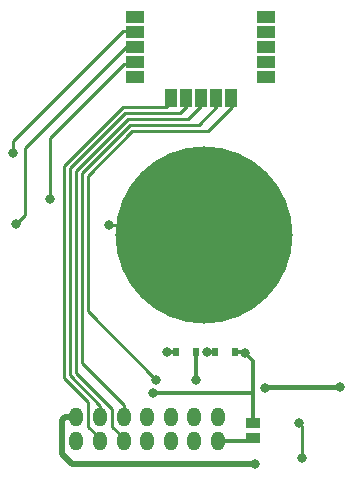
<source format=gbl>
G04 #@! TF.GenerationSoftware,KiCad,Pcbnew,5.0.0-rc2-be01b52~65~ubuntu16.04.1*
G04 #@! TF.CreationDate,2018-06-07T13:00:58+03:00*
G04 #@! TF.ProjectId,livolo_1_channel_1way_eu_switch,6C69766F6C6F5F315F6368616E6E656C,rev?*
G04 #@! TF.SameCoordinates,Original*
G04 #@! TF.FileFunction,Copper,L2,Bot,Signal*
G04 #@! TF.FilePolarity,Positive*
%FSLAX46Y46*%
G04 Gerber Fmt 4.6, Leading zero omitted, Abs format (unit mm)*
G04 Created by KiCad (PCBNEW 5.0.0-rc2-be01b52~65~ubuntu16.04.1) date Thu Jun  7 13:00:58 2018*
%MOMM*%
%LPD*%
G01*
G04 APERTURE LIST*
G04 #@! TA.AperFunction,ComponentPad*
%ADD10C,0.600000*%
G04 #@! TD*
G04 #@! TA.AperFunction,SMDPad,CuDef*
%ADD11R,1.500000X1.000000*%
G04 #@! TD*
G04 #@! TA.AperFunction,SMDPad,CuDef*
%ADD12R,1.000000X1.500000*%
G04 #@! TD*
G04 #@! TA.AperFunction,ComponentPad*
%ADD13O,1.200000X1.600000*%
G04 #@! TD*
G04 #@! TA.AperFunction,SMDPad,CuDef*
%ADD14R,0.600000X0.800000*%
G04 #@! TD*
G04 #@! TA.AperFunction,Conductor*
%ADD15C,15.000000*%
G04 #@! TD*
G04 #@! TA.AperFunction,SMDPad,CuDef*
%ADD16R,1.270000X0.970000*%
G04 #@! TD*
G04 #@! TA.AperFunction,ViaPad*
%ADD17C,0.800000*%
G04 #@! TD*
G04 #@! TA.AperFunction,Conductor*
%ADD18C,0.350000*%
G04 #@! TD*
G04 #@! TA.AperFunction,Conductor*
%ADD19C,0.300000*%
G04 #@! TD*
G04 #@! TA.AperFunction,Conductor*
%ADD20C,0.250000*%
G04 #@! TD*
G04 #@! TA.AperFunction,Conductor*
%ADD21C,0.450000*%
G04 #@! TD*
G04 #@! TA.AperFunction,Conductor*
%ADD22C,0.500000*%
G04 #@! TD*
G04 APERTURE END LIST*
D10*
G04 #@! TO.P,U5,11*
G04 #@! TO.N,Net-(U5-Pad11)*
X147690000Y-78730000D03*
G04 #@! TO.P,U5,12*
G04 #@! TO.N,Net-(U5-Pad12)*
X147690000Y-77460000D03*
G04 #@! TO.P,U5,13*
G04 #@! TO.N,Net-(U5-Pad13)*
X147690000Y-76190000D03*
G04 #@! TO.P,U5,14*
G04 #@! TO.N,/SWDIO*
X147690000Y-74920000D03*
G04 #@! TO.P,U5,15*
G04 #@! TO.N,/SWCLK*
X147690000Y-73650000D03*
G04 #@! TO.P,U5,6*
G04 #@! TO.N,/Relay2_Reset*
X139660000Y-80600000D03*
G04 #@! TO.P,U5,7*
G04 #@! TO.N,/Relay1_Set*
X140930000Y-80600000D03*
G04 #@! TO.P,U5,8*
G04 #@! TO.N,/Relay2_Set*
X142200000Y-80600000D03*
G04 #@! TO.P,U5,9*
G04 #@! TO.N,/Relay1_Reset*
X143470000Y-80600000D03*
G04 #@! TO.P,U5,10*
G04 #@! TO.N,/S1_LEDs*
X144740000Y-80600000D03*
G04 #@! TO.P,U5,5*
G04 #@! TO.N,+3V3*
X136590000Y-78730000D03*
G04 #@! TO.P,U5,4*
G04 #@! TO.N,/MTPM*
X136590000Y-77460000D03*
G04 #@! TO.P,U5,3*
G04 #@! TO.N,/TS1*
X136590000Y-76190000D03*
G04 #@! TO.P,U5,2*
G04 #@! TO.N,/MTSA*
X136590000Y-74920000D03*
D11*
G04 #@! TO.P,U5,1*
G04 #@! TO.N,GND*
X136640000Y-73650000D03*
G04 #@! TO.P,U5,2*
G04 #@! TO.N,/MTSA*
X136640000Y-74920000D03*
G04 #@! TO.P,U5,3*
G04 #@! TO.N,/TS1*
X136640000Y-76190000D03*
G04 #@! TO.P,U5,4*
G04 #@! TO.N,/MTPM*
X136640000Y-77460000D03*
G04 #@! TO.P,U5,5*
G04 #@! TO.N,+3V3*
X136640000Y-78730000D03*
D12*
G04 #@! TO.P,U5,10*
G04 #@! TO.N,/S1_LEDs*
X144740000Y-80550000D03*
G04 #@! TO.P,U5,9*
G04 #@! TO.N,/Relay1_Reset*
X143470000Y-80550000D03*
G04 #@! TO.P,U5,8*
G04 #@! TO.N,/Relay2_Set*
X142200000Y-80550000D03*
G04 #@! TO.P,U5,7*
G04 #@! TO.N,/Relay1_Set*
X140930000Y-80550000D03*
G04 #@! TO.P,U5,6*
G04 #@! TO.N,/Relay2_Reset*
X139660000Y-80550000D03*
D11*
G04 #@! TO.P,U5,14*
G04 #@! TO.N,/SWDIO*
X147740000Y-74920000D03*
G04 #@! TO.P,U5,12*
G04 #@! TO.N,Net-(U5-Pad12)*
X147740000Y-77460000D03*
G04 #@! TO.P,U5,13*
G04 #@! TO.N,Net-(U5-Pad13)*
X147740000Y-76190000D03*
G04 #@! TO.P,U5,11*
G04 #@! TO.N,Net-(U5-Pad11)*
X147740000Y-78730000D03*
G04 #@! TO.P,U5,15*
G04 #@! TO.N,/SWCLK*
X147740000Y-73650000D03*
D10*
G04 #@! TO.P,U5,1*
G04 #@! TO.N,GND*
X136590000Y-73650000D03*
G04 #@! TD*
D13*
G04 #@! TO.P,P4,14*
G04 #@! TO.N,N/C*
X143650000Y-107550000D03*
G04 #@! TO.P,P4,13*
G04 #@! TO.N,Net-(J2-Pad2)*
X143650000Y-109550000D03*
G04 #@! TO.P,P4,12*
G04 #@! TO.N,N/C*
X141650000Y-107550000D03*
G04 #@! TO.P,P4,11*
G04 #@! TO.N,GND*
X141650000Y-109550000D03*
G04 #@! TO.P,P4,10*
G04 #@! TO.N,N/C*
X139650000Y-107550000D03*
G04 #@! TO.P,P4,9*
X139650000Y-109550000D03*
G04 #@! TO.P,P4,8*
X137650000Y-107550000D03*
G04 #@! TO.P,P4,7*
X137650000Y-109550000D03*
G04 #@! TO.P,P4,6*
G04 #@! TO.N,/Relay1_Reset*
X135650000Y-107550000D03*
G04 #@! TO.P,P4,5*
G04 #@! TO.N,/Relay2_Set*
X135650000Y-109550000D03*
G04 #@! TO.P,P4,4*
G04 #@! TO.N,/Relay1_Set*
X133650000Y-107550000D03*
G04 #@! TO.P,P4,3*
G04 #@! TO.N,/Relay2_Reset*
X133650000Y-109550000D03*
G04 #@! TO.P,P4,2*
G04 #@! TO.N,/12Vcc*
X131650000Y-107550000D03*
G04 #@! TO.P,P4,1*
G04 #@! TO.N,N/C*
X131650000Y-109550000D03*
G04 #@! TD*
D14*
G04 #@! TO.P,D5,1*
G04 #@! TO.N,Net-(D5-Pad1)*
X143400000Y-102050000D03*
G04 #@! TO.P,D5,2*
G04 #@! TO.N,+3V3*
X145100000Y-102050000D03*
G04 #@! TD*
G04 #@! TO.P,D6,2*
G04 #@! TO.N,Net-(D6-Pad2)*
X140050000Y-102050000D03*
G04 #@! TO.P,D6,1*
G04 #@! TO.N,GND*
X141750000Y-102050000D03*
G04 #@! TD*
D15*
G04 #@! TO.N,Net-(R4-Pad2)*
G04 #@! TO.C,U1*
X142471636Y-92094052D03*
G04 #@! TD*
D16*
G04 #@! TO.P,J2,2*
G04 #@! TO.N,Net-(J2-Pad2)*
X146600000Y-109340000D03*
G04 #@! TO.P,J2,1*
G04 #@! TO.N,+3V3*
X146600000Y-108060000D03*
G04 #@! TD*
D17*
G04 #@! TO.N,+3V3*
X145899999Y-102100000D03*
X138175000Y-105500000D03*
G04 #@! TO.N,GND*
X141810890Y-104424990D03*
X150462668Y-108019998D03*
X150750000Y-111000000D03*
G04 #@! TO.N,Net-(C7-Pad1)*
X147600000Y-105100000D03*
X154000000Y-105000000D03*
G04 #@! TO.N,/12Vcc*
X146800000Y-111500000D03*
G04 #@! TO.N,Net-(D5-Pad1)*
X142700050Y-102000000D03*
G04 #@! TO.N,Net-(D6-Pad2)*
X139300002Y-102000000D03*
G04 #@! TO.N,/TS1*
X126500000Y-91200000D03*
G04 #@! TO.N,/S1_LEDs*
X138400000Y-104400000D03*
G04 #@! TO.N,Net-(R4-Pad2)*
X134375010Y-91300000D03*
G04 #@! TO.N,/MTSA*
X126300000Y-85200000D03*
G04 #@! TO.N,/MTPM*
X129424949Y-89100000D03*
G04 #@! TD*
D18*
G04 #@! TO.N,+3V3*
X146600000Y-102800001D02*
X145899999Y-102100000D01*
X145100000Y-102050000D02*
X145849999Y-102050000D01*
X145849999Y-102050000D02*
X145899999Y-102100000D01*
X146600000Y-105500000D02*
X146600000Y-102800001D01*
X146600000Y-108060000D02*
X146600000Y-105500000D01*
X146600000Y-105500000D02*
X138175000Y-105500000D01*
D19*
G04 #@! TO.N,GND*
X141750000Y-104364100D02*
X141810890Y-104424990D01*
X141750000Y-102050000D02*
X141750000Y-104364100D01*
D20*
X150750000Y-111000000D02*
X150750000Y-108307330D01*
X150750000Y-108307330D02*
X150462668Y-108019998D01*
D21*
G04 #@! TO.N,Net-(C7-Pad1)*
X154000000Y-105000000D02*
X147700000Y-105000000D01*
X147700000Y-105000000D02*
X147600000Y-105100000D01*
D22*
G04 #@! TO.N,/12Vcc*
X131650000Y-107550000D02*
X130695406Y-107550000D01*
X130695406Y-107550000D02*
X130424999Y-107820407D01*
X130424999Y-107820407D02*
X130424999Y-110665001D01*
X130424999Y-110665001D02*
X131259998Y-111500000D01*
X131259998Y-111500000D02*
X146800000Y-111500000D01*
D19*
G04 #@! TO.N,Net-(D5-Pad1)*
X142750050Y-102050000D02*
X142700050Y-102000000D01*
X143400000Y-102050000D02*
X142750050Y-102050000D01*
G04 #@! TO.N,Net-(D6-Pad2)*
X140050000Y-102050000D02*
X139350002Y-102050000D01*
X139350002Y-102050000D02*
X139300002Y-102000000D01*
D20*
G04 #@! TO.N,/TS1*
X127299999Y-90400001D02*
X126500000Y-91200000D01*
X135964998Y-76090000D02*
X127299999Y-84754999D01*
X127299999Y-84754999D02*
X127299999Y-90400001D01*
X136570000Y-76090000D02*
X135964998Y-76090000D01*
G04 #@! TO.N,/S1_LEDs*
X136399969Y-83300031D02*
X142799969Y-83300031D01*
X132600002Y-87099998D02*
X136399969Y-83300031D01*
X138400000Y-104400000D02*
X132600002Y-98600002D01*
X142799969Y-83300031D02*
X144840000Y-81260000D01*
X132600002Y-98600002D02*
X132600002Y-87099998D01*
X144840000Y-81260000D02*
X144840000Y-81044264D01*
X144840000Y-81044264D02*
X144840000Y-80620000D01*
G04 #@! TO.N,/Relay2_Reset*
X139300000Y-81080000D02*
X139660000Y-80720000D01*
X135571516Y-81300000D02*
X139300000Y-81300000D01*
X130599959Y-104228447D02*
X130599959Y-86271557D01*
X132674990Y-106303478D02*
X130599959Y-104228447D01*
X130599959Y-86271557D02*
X135571516Y-81300000D01*
X133650000Y-109350000D02*
X132674990Y-108374990D01*
X139300000Y-81300000D02*
X139300000Y-81080000D01*
X133650000Y-109550000D02*
X133650000Y-109350000D01*
X132674990Y-108374990D02*
X132674990Y-106303478D01*
G04 #@! TO.N,/Relay1_Reset*
X132099991Y-102949991D02*
X132099991Y-86892889D01*
X135650000Y-106500000D02*
X132099991Y-102949991D01*
X132099991Y-86892889D02*
X136192860Y-82800020D01*
X136192860Y-82800020D02*
X141999980Y-82800020D01*
X141999980Y-82800020D02*
X143570000Y-81230000D01*
X143570000Y-81230000D02*
X143570000Y-80620000D01*
X135650000Y-107550000D02*
X135650000Y-106500000D01*
G04 #@! TO.N,/Relay2_Set*
X135650000Y-109550000D02*
X135650000Y-109350000D01*
X141099989Y-82300011D02*
X142180000Y-81220000D01*
X131599980Y-103814224D02*
X131599980Y-86685778D01*
X131599980Y-86685778D02*
X135985747Y-82300011D01*
X135650000Y-109350000D02*
X134674990Y-108374990D01*
X142180000Y-81220000D02*
X142180000Y-80570000D01*
X135985747Y-82300011D02*
X141099989Y-82300011D01*
X134674990Y-108374990D02*
X134674990Y-106889234D01*
X134674990Y-106889234D02*
X131599980Y-103814224D01*
G04 #@! TO.N,/Relay1_Set*
X140400000Y-81800000D02*
X141030000Y-81170000D01*
X135778636Y-81800000D02*
X140400000Y-81800000D01*
X131099969Y-86478667D02*
X135778636Y-81800000D01*
X133650000Y-106571366D02*
X131099969Y-104021335D01*
X131099969Y-104021335D02*
X131099969Y-86478667D01*
X141030000Y-81170000D02*
X141030000Y-80620000D01*
X133650000Y-107550000D02*
X133650000Y-106571366D01*
G04 #@! TO.N,Net-(R4-Pad2)*
X142471636Y-92094052D02*
X141677584Y-91300000D01*
X141677584Y-91300000D02*
X134375010Y-91300000D01*
G04 #@! TO.N,/MTSA*
X135620000Y-74820000D02*
X126300000Y-84140000D01*
X126300000Y-84140000D02*
X126300000Y-85200000D01*
X136620000Y-74820000D02*
X135620000Y-74820000D01*
G04 #@! TO.N,/MTPM*
X136570000Y-77360000D02*
X136270001Y-77659999D01*
X136270001Y-77659999D02*
X135664999Y-77659999D01*
X135664999Y-77659999D02*
X129424949Y-83900049D01*
X129424949Y-83900049D02*
X129424949Y-89100000D01*
D18*
G04 #@! TO.N,Net-(J2-Pad2)*
X143650000Y-109550000D02*
X146390000Y-109550000D01*
D19*
X146390000Y-109550000D02*
X146600000Y-109340000D01*
G04 #@! TD*
M02*

</source>
